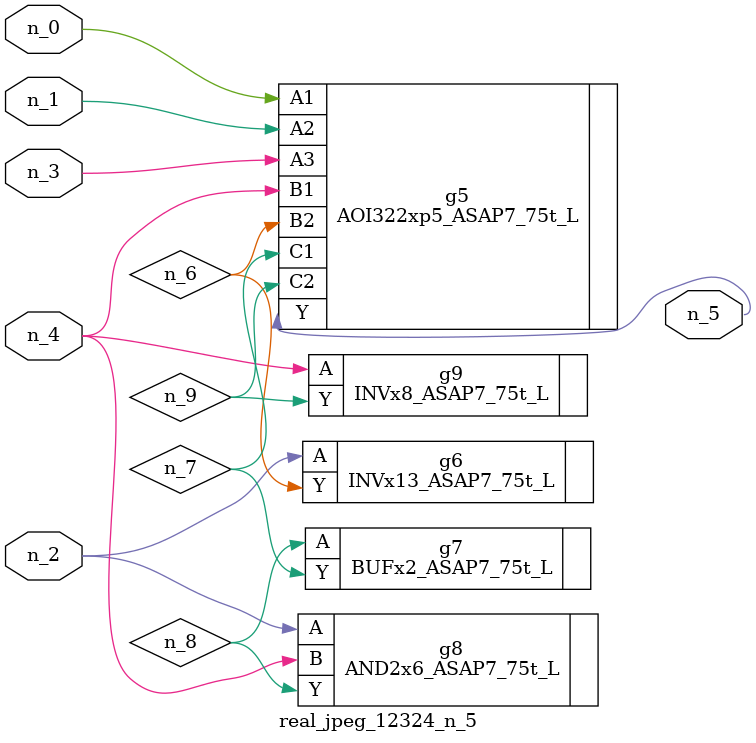
<source format=v>
module real_jpeg_12324_n_5 (n_4, n_0, n_1, n_2, n_3, n_5);

input n_4;
input n_0;
input n_1;
input n_2;
input n_3;

output n_5;

wire n_8;
wire n_6;
wire n_7;
wire n_9;

AOI322xp5_ASAP7_75t_L g5 ( 
.A1(n_0),
.A2(n_1),
.A3(n_3),
.B1(n_4),
.B2(n_6),
.C1(n_7),
.C2(n_9),
.Y(n_5)
);

INVx13_ASAP7_75t_L g6 ( 
.A(n_2),
.Y(n_6)
);

AND2x6_ASAP7_75t_L g8 ( 
.A(n_2),
.B(n_4),
.Y(n_8)
);

INVx8_ASAP7_75t_L g9 ( 
.A(n_4),
.Y(n_9)
);

BUFx2_ASAP7_75t_L g7 ( 
.A(n_8),
.Y(n_7)
);


endmodule
</source>
